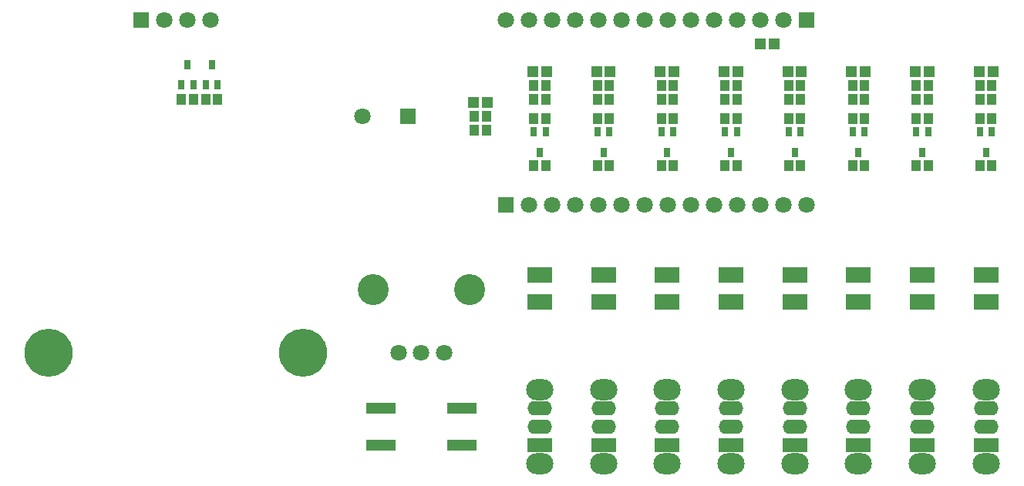
<source format=gts>
G04*
G04 #@! TF.GenerationSoftware,Altium Limited,Altium Designer,22.7.1 (60)*
G04*
G04 Layer_Color=8388736*
%FSLAX25Y25*%
%MOIN*%
G70*
G04*
G04 #@! TF.SameCoordinates,B4DE3396-8346-461D-A6ED-AD7C64C63353*
G04*
G04*
G04 #@! TF.FilePolarity,Negative*
G04*
G01*
G75*
%ADD20R,0.03950X0.04540*%
%ADD21R,0.11036X0.06706*%
%ADD22R,0.04934X0.04737*%
%ADD23R,0.02769X0.04343*%
%ADD24R,0.13005X0.04737*%
%ADD25C,0.20800*%
%ADD26O,0.11824X0.09068*%
%ADD27O,0.10642X0.06312*%
%ADD28R,0.10642X0.06312*%
%ADD29C,0.13398*%
%ADD30C,0.07099*%
%ADD31R,0.07099X0.07099*%
%ADD32R,0.07099X0.07099*%
D20*
X443504Y414961D02*
D03*
X438386D02*
D03*
X526181Y400787D02*
D03*
X521063D02*
D03*
X471063D02*
D03*
X465945D02*
D03*
X443504D02*
D03*
X438386D02*
D03*
X443504Y409055D02*
D03*
X438386D02*
D03*
X443504Y380315D02*
D03*
X438386D02*
D03*
X471063D02*
D03*
X465945D02*
D03*
X471063Y409055D02*
D03*
X465945D02*
D03*
X471063Y414961D02*
D03*
X465945D02*
D03*
X553740D02*
D03*
X548622D02*
D03*
X498622Y400787D02*
D03*
X493504D02*
D03*
X553740D02*
D03*
X548622D02*
D03*
X553740Y380315D02*
D03*
X548622D02*
D03*
X553740Y409055D02*
D03*
X548622D02*
D03*
X498622Y414961D02*
D03*
X493504D02*
D03*
X526181Y380315D02*
D03*
X521063D02*
D03*
X526181Y409055D02*
D03*
X521063D02*
D03*
X498622Y380315D02*
D03*
X493504D02*
D03*
X498622Y409055D02*
D03*
X493504D02*
D03*
X335236Y401575D02*
D03*
X330118D02*
D03*
X213976Y409055D02*
D03*
X219094D02*
D03*
X203346D02*
D03*
X208465D02*
D03*
X335236Y395669D02*
D03*
X330118D02*
D03*
X526181Y414961D02*
D03*
X521063D02*
D03*
X415945Y400787D02*
D03*
X410827D02*
D03*
X360827D02*
D03*
X355709D02*
D03*
X415945Y409055D02*
D03*
X410827D02*
D03*
X415945Y380315D02*
D03*
X410827D02*
D03*
X388386Y409055D02*
D03*
X383268D02*
D03*
X388386Y414961D02*
D03*
X383268D02*
D03*
X415945D02*
D03*
X410827D02*
D03*
X360827Y380315D02*
D03*
X355709D02*
D03*
X360827Y409055D02*
D03*
X355709D02*
D03*
X360827Y414961D02*
D03*
X355709D02*
D03*
X388386Y400787D02*
D03*
X383268D02*
D03*
X388386Y380315D02*
D03*
X383268D02*
D03*
D21*
X440945Y321260D02*
D03*
Y333071D02*
D03*
X468504Y321260D02*
D03*
Y333071D02*
D03*
X496063Y321260D02*
D03*
Y333071D02*
D03*
X551181Y321260D02*
D03*
Y333071D02*
D03*
X523622Y321260D02*
D03*
Y333071D02*
D03*
X358268Y321260D02*
D03*
Y333071D02*
D03*
X413386Y321260D02*
D03*
Y333071D02*
D03*
X385827Y321260D02*
D03*
Y333071D02*
D03*
D22*
X335630Y407480D02*
D03*
X329724D02*
D03*
X443898Y420866D02*
D03*
X437992D02*
D03*
X471457D02*
D03*
X465551D02*
D03*
X554134D02*
D03*
X548228D02*
D03*
X361221D02*
D03*
X355315D02*
D03*
X499016D02*
D03*
X493110D02*
D03*
X459646Y433071D02*
D03*
X453740D02*
D03*
X526575Y420866D02*
D03*
X520669D02*
D03*
X416339D02*
D03*
X410433D02*
D03*
X388779D02*
D03*
X382874D02*
D03*
D23*
X553740Y394980D02*
D03*
X548622D02*
D03*
X551181Y386122D02*
D03*
X471063Y394980D02*
D03*
X465945D02*
D03*
X468504Y386122D02*
D03*
X443504Y394980D02*
D03*
X438386D02*
D03*
X440945Y386122D02*
D03*
X360827Y394980D02*
D03*
X355709D02*
D03*
X358268Y386122D02*
D03*
X526181Y394980D02*
D03*
X521063D02*
D03*
X523622Y386122D02*
D03*
X498622Y394980D02*
D03*
X493504D02*
D03*
X496063Y386122D02*
D03*
X213976Y415256D02*
D03*
X219094D02*
D03*
X216535Y424114D02*
D03*
X203346Y415256D02*
D03*
X208465D02*
D03*
X205906Y424114D02*
D03*
X415945Y394980D02*
D03*
X410827D02*
D03*
X413386Y386122D02*
D03*
X388386Y394980D02*
D03*
X383268D02*
D03*
X385827Y386122D02*
D03*
D24*
X289567Y259449D02*
D03*
Y275197D02*
D03*
X324606Y259449D02*
D03*
Y275197D02*
D03*
D25*
X255906Y299213D02*
D03*
X145905D02*
D03*
D26*
X440945Y283465D02*
D03*
Y251181D02*
D03*
X413386Y283465D02*
D03*
Y251181D02*
D03*
X551181Y283465D02*
D03*
Y251181D02*
D03*
X523622Y283465D02*
D03*
Y251181D02*
D03*
X496063Y283465D02*
D03*
Y251181D02*
D03*
X468504Y283465D02*
D03*
Y251181D02*
D03*
X358268Y283465D02*
D03*
Y251181D02*
D03*
X385827Y283465D02*
D03*
Y251181D02*
D03*
D27*
X440945Y275197D02*
D03*
Y267323D02*
D03*
X413386Y275197D02*
D03*
Y267323D02*
D03*
X551181Y275197D02*
D03*
Y267323D02*
D03*
X523622Y275197D02*
D03*
Y267323D02*
D03*
X496063Y275197D02*
D03*
Y267323D02*
D03*
X468504Y275197D02*
D03*
Y267323D02*
D03*
X358268Y275197D02*
D03*
Y267323D02*
D03*
X385827Y275197D02*
D03*
Y267323D02*
D03*
D28*
X440945Y259449D02*
D03*
X413386D02*
D03*
X551181D02*
D03*
X523622D02*
D03*
X496063D02*
D03*
X468504D02*
D03*
X358268D02*
D03*
X385827D02*
D03*
D29*
X327953Y326772D02*
D03*
X286221D02*
D03*
D30*
X307087Y299213D02*
D03*
X316929D02*
D03*
X297244D02*
D03*
X281496Y401575D02*
D03*
X343547Y443450D02*
D03*
X353547D02*
D03*
X363547D02*
D03*
X373547D02*
D03*
X383547D02*
D03*
X393547D02*
D03*
X463547D02*
D03*
X453547D02*
D03*
X443547D02*
D03*
X433547D02*
D03*
X423547D02*
D03*
X413547D02*
D03*
X403547D02*
D03*
X215905Y443213D02*
D03*
X205906D02*
D03*
X195905D02*
D03*
X473547Y363450D02*
D03*
X463547D02*
D03*
X453547D02*
D03*
X443547D02*
D03*
X433547D02*
D03*
X423547D02*
D03*
X353547D02*
D03*
X363547D02*
D03*
X373547D02*
D03*
X383547D02*
D03*
X393547D02*
D03*
X403547D02*
D03*
X413547D02*
D03*
D31*
X301181Y401575D02*
D03*
D32*
X473547Y443450D02*
D03*
X185906Y443213D02*
D03*
X343547Y363450D02*
D03*
M02*

</source>
